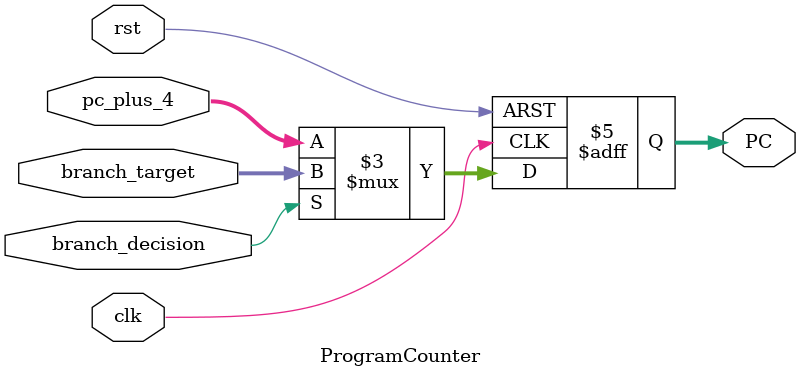
<source format=v>
`timescale 1ns / 1ps

module ProgramCounter #(parameter bitwidth = 32) (clk, rst, pc_plus_4, branch_decision,branch_target, PC);
    input clk;
    input rst;
    input [bitwidth-1:0] pc_plus_4;
    input [bitwidth-1:0] branch_target;
    input branch_decision;

    output [bitwidth-1:0] PC;

    wire [bitwidth-1:0] pc_plus_4;
    wire [bitwidth-1:0] branch_target; 

    reg [bitwidth-1:0] PC;

    always @ (posedge clk or posedge rst) begin
        if(rst) begin
            PC <= 32'b0; //¸®¼Â½Ã PC¸¦ ÃÊ±âÈ­
        end
        else if (branch_decision) begin //prototype (ºÐ±â¸í·É¿¡ µû¸¥ ½ÇÇà logicÀº ±¸ÇöµÇÁö ¾ÊÀ½)
            PC <= branch_target;
        end
        else begin
            PC <= pc_plus_4;
        end
    end
endmodule

</source>
